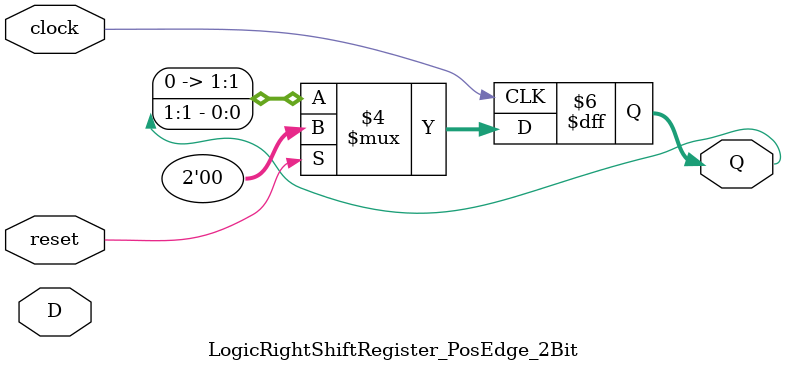
<source format=v>
module LogicRightShiftRegister_PosEdge_2Bit (clock, reset, D, Q);
    input clock;
    input reset;
    input [1:0] D;
    output reg [1:0] Q;

    always @(posedge clock)
    begin
        if (reset)
            Q = 2'b00;
        else
            Q = Q >> 1 ;        
    end
endmodule

</source>
